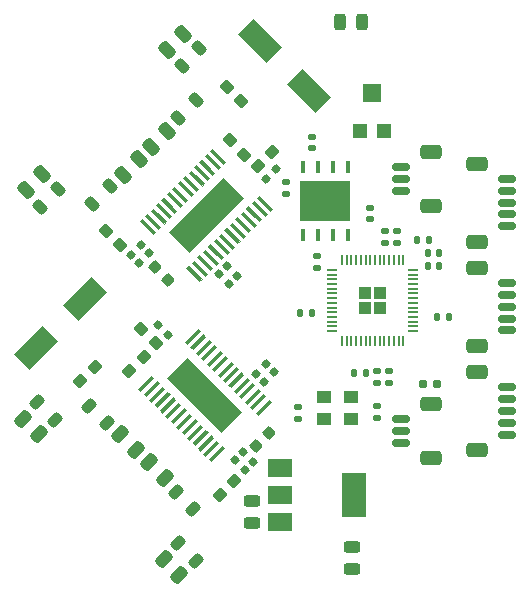
<source format=gtp>
G04 #@! TF.GenerationSoftware,KiCad,Pcbnew,7.0.8-7.0.8~ubuntu22.04.1*
G04 #@! TF.CreationDate,2023-10-24T23:53:50-07:00*
G04 #@! TF.ProjectId,tentacle-board,74656e74-6163-46c6-952d-626f6172642e,REV1*
G04 #@! TF.SameCoordinates,Original*
G04 #@! TF.FileFunction,Paste,Top*
G04 #@! TF.FilePolarity,Positive*
%FSLAX46Y46*%
G04 Gerber Fmt 4.6, Leading zero omitted, Abs format (unit mm)*
G04 Created by KiCad (PCBNEW 7.0.8-7.0.8~ubuntu22.04.1) date 2023-10-24 23:53:50*
%MOMM*%
%LPD*%
G01*
G04 APERTURE LIST*
G04 Aperture macros list*
%AMRoundRect*
0 Rectangle with rounded corners*
0 $1 Rounding radius*
0 $2 $3 $4 $5 $6 $7 $8 $9 X,Y pos of 4 corners*
0 Add a 4 corners polygon primitive as box body*
4,1,4,$2,$3,$4,$5,$6,$7,$8,$9,$2,$3,0*
0 Add four circle primitives for the rounded corners*
1,1,$1+$1,$2,$3*
1,1,$1+$1,$4,$5*
1,1,$1+$1,$6,$7*
1,1,$1+$1,$8,$9*
0 Add four rect primitives between the rounded corners*
20,1,$1+$1,$2,$3,$4,$5,0*
20,1,$1+$1,$4,$5,$6,$7,0*
20,1,$1+$1,$6,$7,$8,$9,0*
20,1,$1+$1,$8,$9,$2,$3,0*%
%AMRotRect*
0 Rectangle, with rotation*
0 The origin of the aperture is its center*
0 $1 length*
0 $2 width*
0 $3 Rotation angle, in degrees counterclockwise*
0 Add horizontal line*
21,1,$1,$2,0,0,$3*%
G04 Aperture macros list end*
%ADD10C,0.010000*%
%ADD11RoundRect,0.243750X-0.456250X0.243750X-0.456250X-0.243750X0.456250X-0.243750X0.456250X0.243750X0*%
%ADD12RoundRect,0.147500X-0.147500X-0.172500X0.147500X-0.172500X0.147500X0.172500X-0.147500X0.172500X0*%
%ADD13RoundRect,0.147500X0.172500X-0.147500X0.172500X0.147500X-0.172500X0.147500X-0.172500X-0.147500X0*%
%ADD14RoundRect,0.147500X0.147500X0.172500X-0.147500X0.172500X-0.147500X-0.172500X0.147500X-0.172500X0*%
%ADD15R,2.000000X1.500000*%
%ADD16R,2.000000X3.800000*%
%ADD17RoundRect,0.147500X-0.172500X0.147500X-0.172500X-0.147500X0.172500X-0.147500X0.172500X0.147500X0*%
%ADD18RoundRect,0.243750X0.456250X-0.243750X0.456250X0.243750X-0.456250X0.243750X-0.456250X-0.243750X0*%
%ADD19RoundRect,0.250000X-0.292217X-0.292217X0.292217X-0.292217X0.292217X0.292217X-0.292217X0.292217X0*%
%ADD20RoundRect,0.050000X-0.387500X-0.050000X0.387500X-0.050000X0.387500X0.050000X-0.387500X0.050000X0*%
%ADD21RoundRect,0.050000X-0.050000X-0.387500X0.050000X-0.387500X0.050000X0.387500X-0.050000X0.387500X0*%
%ADD22R,1.300000X1.050000*%
%ADD23R,1.200000X1.200000*%
%ADD24R,1.600000X1.500000*%
%ADD25RoundRect,0.150000X0.625000X-0.150000X0.625000X0.150000X-0.625000X0.150000X-0.625000X-0.150000X0*%
%ADD26RoundRect,0.250000X0.650000X-0.350000X0.650000X0.350000X-0.650000X0.350000X-0.650000X-0.350000X0*%
%ADD27RoundRect,0.218750X0.424264X0.114905X0.114905X0.424264X-0.424264X-0.114905X-0.114905X-0.424264X0*%
%ADD28RoundRect,0.160000X-0.026517X-0.252791X0.252791X0.026517X0.026517X0.252791X-0.252791X-0.026517X0*%
%ADD29RoundRect,0.243750X0.243750X0.456250X-0.243750X0.456250X-0.243750X-0.456250X0.243750X-0.456250X0*%
%ADD30RoundRect,0.160000X-0.252791X0.026517X0.026517X-0.252791X0.252791X-0.026517X-0.026517X0.252791X0*%
%ADD31RoundRect,0.218750X-0.424264X-0.114905X-0.114905X-0.424264X0.424264X0.114905X0.114905X0.424264X0*%
%ADD32RoundRect,0.218750X-0.114905X0.424264X-0.424264X0.114905X0.114905X-0.424264X0.424264X-0.114905X0*%
%ADD33RoundRect,0.250000X0.512652X0.159099X0.159099X0.512652X-0.512652X-0.159099X-0.159099X-0.512652X0*%
%ADD34RoundRect,0.225000X-0.017678X0.335876X-0.335876X0.017678X0.017678X-0.335876X0.335876X-0.017678X0*%
%ADD35RoundRect,0.150000X-0.625000X0.150000X-0.625000X-0.150000X0.625000X-0.150000X0.625000X0.150000X0*%
%ADD36RoundRect,0.250000X-0.650000X0.350000X-0.650000X-0.350000X0.650000X-0.350000X0.650000X0.350000X0*%
%ADD37RoundRect,0.237500X-0.380070X0.044194X0.044194X-0.380070X0.380070X-0.044194X-0.044194X0.380070X0*%
%ADD38RoundRect,0.237500X0.380070X-0.044194X-0.044194X0.380070X-0.380070X0.044194X0.044194X-0.380070X0*%
%ADD39RoundRect,0.250000X0.159099X-0.512652X0.512652X-0.159099X-0.159099X0.512652X-0.512652X0.159099X0*%
%ADD40RoundRect,0.225000X0.335876X0.017678X0.017678X0.335876X-0.335876X-0.017678X-0.017678X-0.335876X0*%
%ADD41RoundRect,0.160000X0.026517X0.252791X-0.252791X-0.026517X-0.026517X-0.252791X0.252791X0.026517X0*%
%ADD42RoundRect,0.160000X0.252791X-0.026517X-0.026517X0.252791X-0.252791X0.026517X0.026517X-0.252791X0*%
%ADD43RoundRect,0.135000X-0.185000X0.135000X-0.185000X-0.135000X0.185000X-0.135000X0.185000X0.135000X0*%
%ADD44RoundRect,0.218750X0.114905X-0.424264X0.424264X-0.114905X-0.114905X0.424264X-0.424264X0.114905X0*%
%ADD45RoundRect,0.237500X0.044194X0.380070X-0.380070X-0.044194X-0.044194X-0.380070X0.380070X0.044194X0*%
%ADD46RotRect,1.800000X3.450000X45.000000*%
%ADD47RoundRect,0.237500X-0.044194X-0.380070X0.380070X0.044194X0.044194X0.380070X-0.380070X-0.044194X0*%
%ADD48R,0.450000X1.050000*%
%ADD49R,4.350000X3.450000*%
%ADD50RoundRect,0.250000X-0.512652X-0.159099X-0.159099X-0.512652X0.512652X0.159099X0.159099X0.512652X0*%
%ADD51RotRect,1.800000X3.450000X135.000000*%
%ADD52RoundRect,0.160000X0.197500X0.160000X-0.197500X0.160000X-0.197500X-0.160000X0.197500X-0.160000X0*%
%ADD53RoundRect,0.250000X-0.159099X0.512652X-0.512652X0.159099X0.159099X-0.512652X0.512652X-0.159099X0*%
G04 APERTURE END LIST*
D10*
X112968887Y-81415167D02*
X112792111Y-81591944D01*
X111696095Y-80495928D01*
X111872872Y-80319152D01*
X112968887Y-81415167D01*
G36*
X112968887Y-81415167D02*
G01*
X112792111Y-81591944D01*
X111696095Y-80495928D01*
X111872872Y-80319152D01*
X112968887Y-81415167D01*
G37*
X112509268Y-81874787D02*
X112332491Y-82051563D01*
X111236476Y-80955548D01*
X111413252Y-80778771D01*
X112509268Y-81874787D01*
G36*
X112509268Y-81874787D02*
G01*
X112332491Y-82051563D01*
X111236476Y-80955548D01*
X111413252Y-80778771D01*
X112509268Y-81874787D01*
G37*
X112049648Y-82334406D02*
X111872872Y-82511183D01*
X110776856Y-81415167D01*
X110953633Y-81238391D01*
X112049648Y-82334406D01*
G36*
X112049648Y-82334406D02*
G01*
X111872872Y-82511183D01*
X110776856Y-81415167D01*
X110953633Y-81238391D01*
X112049648Y-82334406D01*
G37*
X111590029Y-82794025D02*
X111413252Y-82970802D01*
X110317237Y-81874787D01*
X110494014Y-81698010D01*
X111590029Y-82794025D01*
G36*
X111590029Y-82794025D02*
G01*
X111413252Y-82970802D01*
X110317237Y-81874787D01*
X110494014Y-81698010D01*
X111590029Y-82794025D01*
G37*
X111130410Y-83253645D02*
X110953633Y-83430422D01*
X109857617Y-82334406D01*
X110034394Y-82157629D01*
X111130410Y-83253645D01*
G36*
X111130410Y-83253645D02*
G01*
X110953633Y-83430422D01*
X109857617Y-82334406D01*
X110034394Y-82157629D01*
X111130410Y-83253645D01*
G37*
X110670790Y-83713264D02*
X110494014Y-83890041D01*
X109397998Y-82794025D01*
X109574775Y-82617249D01*
X110670790Y-83713264D01*
G36*
X110670790Y-83713264D02*
G01*
X110494014Y-83890041D01*
X109397998Y-82794025D01*
X109574775Y-82617249D01*
X110670790Y-83713264D01*
G37*
X110211171Y-84172884D02*
X110034394Y-84349660D01*
X108938379Y-83253645D01*
X109115155Y-83076868D01*
X110211171Y-84172884D01*
G36*
X110211171Y-84172884D02*
G01*
X110034394Y-84349660D01*
X108938379Y-83253645D01*
X109115155Y-83076868D01*
X110211171Y-84172884D01*
G37*
X109751551Y-84632503D02*
X109574775Y-84809280D01*
X108478759Y-83713264D01*
X108655536Y-83536488D01*
X109751551Y-84632503D01*
G36*
X109751551Y-84632503D02*
G01*
X109574775Y-84809280D01*
X108478759Y-83713264D01*
X108655536Y-83536488D01*
X109751551Y-84632503D01*
G37*
X109291932Y-85092123D02*
X109115155Y-85268899D01*
X108019140Y-84172884D01*
X108195916Y-83996107D01*
X109291932Y-85092123D01*
G36*
X109291932Y-85092123D02*
G01*
X109115155Y-85268899D01*
X108019140Y-84172884D01*
X108195916Y-83996107D01*
X109291932Y-85092123D01*
G37*
X108832313Y-85551742D02*
X108655536Y-85728519D01*
X107559520Y-84632503D01*
X107736297Y-84455726D01*
X108832313Y-85551742D01*
G36*
X108832313Y-85551742D02*
G01*
X108655536Y-85728519D01*
X107559520Y-84632503D01*
X107736297Y-84455726D01*
X108832313Y-85551742D01*
G37*
X108372693Y-86011361D02*
X108195916Y-86188138D01*
X107099901Y-85092123D01*
X107276678Y-84915346D01*
X108372693Y-86011361D01*
G36*
X108372693Y-86011361D02*
G01*
X108195916Y-86188138D01*
X107099901Y-85092123D01*
X107276678Y-84915346D01*
X108372693Y-86011361D01*
G37*
X107913074Y-86470981D02*
X107736297Y-86647757D01*
X106640282Y-85551742D01*
X106817058Y-85374965D01*
X107913074Y-86470981D01*
G36*
X107913074Y-86470981D02*
G01*
X107736297Y-86647757D01*
X106640282Y-85551742D01*
X106817058Y-85374965D01*
X107913074Y-86470981D01*
G37*
X107453454Y-86930600D02*
X107276678Y-87107377D01*
X106180662Y-86011361D01*
X106357439Y-85834585D01*
X107453454Y-86930600D01*
G36*
X107453454Y-86930600D02*
G01*
X107276678Y-87107377D01*
X106180662Y-86011361D01*
X106357439Y-85834585D01*
X107453454Y-86930600D01*
G37*
X106993835Y-87390220D02*
X106817058Y-87566996D01*
X105721043Y-86470981D01*
X105897819Y-86294204D01*
X106993835Y-87390220D01*
G36*
X106993835Y-87390220D02*
G01*
X106817058Y-87566996D01*
X105721043Y-86470981D01*
X105897819Y-86294204D01*
X106993835Y-87390220D01*
G37*
X114457347Y-84487546D02*
X109889437Y-89055456D01*
X108192381Y-87358400D01*
X112760291Y-82790490D01*
X114457347Y-84487546D01*
G36*
X114457347Y-84487546D02*
G01*
X109889437Y-89055456D01*
X108192381Y-87358400D01*
X112760291Y-82790490D01*
X114457347Y-84487546D01*
G37*
X116928685Y-85374965D02*
X116751909Y-85551742D01*
X115655893Y-84455726D01*
X115832670Y-84278950D01*
X116928685Y-85374965D01*
G36*
X116928685Y-85374965D02*
G01*
X116751909Y-85551742D01*
X115655893Y-84455726D01*
X115832670Y-84278950D01*
X116928685Y-85374965D01*
G37*
X116469066Y-85834585D02*
X116292289Y-86011361D01*
X115196274Y-84915346D01*
X115373050Y-84738569D01*
X116469066Y-85834585D01*
G36*
X116469066Y-85834585D02*
G01*
X116292289Y-86011361D01*
X115196274Y-84915346D01*
X115373050Y-84738569D01*
X116469066Y-85834585D01*
G37*
X116009446Y-86294204D02*
X115832670Y-86470981D01*
X114736654Y-85374965D01*
X114913431Y-85198189D01*
X116009446Y-86294204D01*
G36*
X116009446Y-86294204D02*
G01*
X115832670Y-86470981D01*
X114736654Y-85374965D01*
X114913431Y-85198189D01*
X116009446Y-86294204D01*
G37*
X115549827Y-86753823D02*
X115373050Y-86930600D01*
X114277035Y-85834585D01*
X114453812Y-85657808D01*
X115549827Y-86753823D01*
G36*
X115549827Y-86753823D02*
G01*
X115373050Y-86930600D01*
X114277035Y-85834585D01*
X114453812Y-85657808D01*
X115549827Y-86753823D01*
G37*
X115090208Y-87213443D02*
X114913431Y-87390220D01*
X113817415Y-86294204D01*
X113994192Y-86117427D01*
X115090208Y-87213443D01*
G36*
X115090208Y-87213443D02*
G01*
X114913431Y-87390220D01*
X113817415Y-86294204D01*
X113994192Y-86117427D01*
X115090208Y-87213443D01*
G37*
X114630588Y-87673062D02*
X114453812Y-87849839D01*
X113357796Y-86753823D01*
X113534573Y-86577047D01*
X114630588Y-87673062D01*
G36*
X114630588Y-87673062D02*
G01*
X114453812Y-87849839D01*
X113357796Y-86753823D01*
X113534573Y-86577047D01*
X114630588Y-87673062D01*
G37*
X114170969Y-88132682D02*
X113994192Y-88309458D01*
X112898177Y-87213443D01*
X113074953Y-87036666D01*
X114170969Y-88132682D01*
G36*
X114170969Y-88132682D02*
G01*
X113994192Y-88309458D01*
X112898177Y-87213443D01*
X113074953Y-87036666D01*
X114170969Y-88132682D01*
G37*
X113711349Y-88592301D02*
X113534573Y-88769078D01*
X112438557Y-87673062D01*
X112615334Y-87496286D01*
X113711349Y-88592301D01*
G36*
X113711349Y-88592301D02*
G01*
X113534573Y-88769078D01*
X112438557Y-87673062D01*
X112615334Y-87496286D01*
X113711349Y-88592301D01*
G37*
X113251730Y-89051921D02*
X113074953Y-89228697D01*
X111978938Y-88132682D01*
X112155714Y-87955905D01*
X113251730Y-89051921D01*
G36*
X113251730Y-89051921D02*
G01*
X113074953Y-89228697D01*
X111978938Y-88132682D01*
X112155714Y-87955905D01*
X113251730Y-89051921D01*
G37*
X112792111Y-89511540D02*
X112615334Y-89688317D01*
X111519318Y-88592301D01*
X111696095Y-88415524D01*
X112792111Y-89511540D01*
G36*
X112792111Y-89511540D02*
G01*
X112615334Y-89688317D01*
X111519318Y-88592301D01*
X111696095Y-88415524D01*
X112792111Y-89511540D01*
G37*
X112332491Y-89971159D02*
X112155714Y-90147936D01*
X111059699Y-89051921D01*
X111236476Y-88875144D01*
X112332491Y-89971159D01*
G36*
X112332491Y-89971159D02*
G01*
X112155714Y-90147936D01*
X111059699Y-89051921D01*
X111236476Y-88875144D01*
X112332491Y-89971159D01*
G37*
X111872872Y-90430779D02*
X111696095Y-90607555D01*
X110600080Y-89511540D01*
X110776856Y-89334763D01*
X111872872Y-90430779D01*
G36*
X111872872Y-90430779D02*
G01*
X111696095Y-90607555D01*
X110600080Y-89511540D01*
X110776856Y-89334763D01*
X111872872Y-90430779D01*
G37*
X111413252Y-90890398D02*
X111236476Y-91067175D01*
X110140460Y-89971159D01*
X110317237Y-89794383D01*
X111413252Y-90890398D01*
G36*
X111413252Y-90890398D02*
G01*
X111236476Y-91067175D01*
X110140460Y-89971159D01*
X110317237Y-89794383D01*
X111413252Y-90890398D01*
G37*
X110953633Y-91350018D02*
X110776856Y-91526794D01*
X109680841Y-90430779D01*
X109857617Y-90254002D01*
X110953633Y-91350018D01*
G36*
X110953633Y-91350018D02*
G01*
X110776856Y-91526794D01*
X109680841Y-90430779D01*
X109857617Y-90254002D01*
X110953633Y-91350018D01*
G37*
X106870088Y-99711548D02*
X105774072Y-100807564D01*
X105597296Y-100630787D01*
X106693311Y-99534772D01*
X106870088Y-99711548D01*
G36*
X106870088Y-99711548D02*
G01*
X105774072Y-100807564D01*
X105597296Y-100630787D01*
X106693311Y-99534772D01*
X106870088Y-99711548D01*
G37*
X107329707Y-100171168D02*
X106233692Y-101267183D01*
X106056915Y-101090407D01*
X107152931Y-99994391D01*
X107329707Y-100171168D01*
G36*
X107329707Y-100171168D02*
G01*
X106233692Y-101267183D01*
X106056915Y-101090407D01*
X107152931Y-99994391D01*
X107329707Y-100171168D01*
G37*
X107789327Y-100630787D02*
X106693311Y-101726803D01*
X106516535Y-101550026D01*
X107612550Y-100454011D01*
X107789327Y-100630787D01*
G36*
X107789327Y-100630787D02*
G01*
X106693311Y-101726803D01*
X106516535Y-101550026D01*
X107612550Y-100454011D01*
X107789327Y-100630787D01*
G37*
X108248946Y-101090407D02*
X107152931Y-102186422D01*
X106976154Y-102009645D01*
X108072169Y-100913630D01*
X108248946Y-101090407D01*
G36*
X108248946Y-101090407D02*
G01*
X107152931Y-102186422D01*
X106976154Y-102009645D01*
X108072169Y-100913630D01*
X108248946Y-101090407D01*
G37*
X108708566Y-101550026D02*
X107612550Y-102646042D01*
X107435773Y-102469265D01*
X108531789Y-101373249D01*
X108708566Y-101550026D01*
G36*
X108708566Y-101550026D02*
G01*
X107612550Y-102646042D01*
X107435773Y-102469265D01*
X108531789Y-101373249D01*
X108708566Y-101550026D01*
G37*
X109168185Y-102009645D02*
X108072169Y-103105661D01*
X107895393Y-102928884D01*
X108991408Y-101832869D01*
X109168185Y-102009645D01*
G36*
X109168185Y-102009645D02*
G01*
X108072169Y-103105661D01*
X107895393Y-102928884D01*
X108991408Y-101832869D01*
X109168185Y-102009645D01*
G37*
X109627804Y-102469265D02*
X108531789Y-103565280D01*
X108355012Y-103388504D01*
X109451028Y-102292488D01*
X109627804Y-102469265D01*
G36*
X109627804Y-102469265D02*
G01*
X108531789Y-103565280D01*
X108355012Y-103388504D01*
X109451028Y-102292488D01*
X109627804Y-102469265D01*
G37*
X110087424Y-102928884D02*
X108991408Y-104024900D01*
X108814632Y-103848123D01*
X109910647Y-102752108D01*
X110087424Y-102928884D01*
G36*
X110087424Y-102928884D02*
G01*
X108991408Y-104024900D01*
X108814632Y-103848123D01*
X109910647Y-102752108D01*
X110087424Y-102928884D01*
G37*
X110547043Y-103388504D02*
X109451028Y-104484519D01*
X109274251Y-104307743D01*
X110370267Y-103211727D01*
X110547043Y-103388504D01*
G36*
X110547043Y-103388504D02*
G01*
X109451028Y-104484519D01*
X109274251Y-104307743D01*
X110370267Y-103211727D01*
X110547043Y-103388504D01*
G37*
X111006663Y-103848123D02*
X109910647Y-104944139D01*
X109733870Y-104767362D01*
X110829886Y-103671346D01*
X111006663Y-103848123D01*
G36*
X111006663Y-103848123D02*
G01*
X109910647Y-104944139D01*
X109733870Y-104767362D01*
X110829886Y-103671346D01*
X111006663Y-103848123D01*
G37*
X111466282Y-104307743D02*
X110370267Y-105403758D01*
X110193490Y-105226981D01*
X111289505Y-104130966D01*
X111466282Y-104307743D01*
G36*
X111466282Y-104307743D02*
G01*
X110370267Y-105403758D01*
X110193490Y-105226981D01*
X111289505Y-104130966D01*
X111466282Y-104307743D01*
G37*
X111925901Y-104767362D02*
X110829886Y-105863377D01*
X110653109Y-105686601D01*
X111749125Y-104590585D01*
X111925901Y-104767362D01*
G36*
X111925901Y-104767362D02*
G01*
X110829886Y-105863377D01*
X110653109Y-105686601D01*
X111749125Y-104590585D01*
X111925901Y-104767362D01*
G37*
X112385521Y-105226981D02*
X111289505Y-106322997D01*
X111112729Y-106146220D01*
X112208744Y-105050205D01*
X112385521Y-105226981D01*
G36*
X112385521Y-105226981D02*
G01*
X111289505Y-106322997D01*
X111112729Y-106146220D01*
X112208744Y-105050205D01*
X112385521Y-105226981D01*
G37*
X112845140Y-105686601D02*
X111749125Y-106782616D01*
X111572348Y-106605840D01*
X112668364Y-105509824D01*
X112845140Y-105686601D01*
G36*
X112845140Y-105686601D02*
G01*
X111749125Y-106782616D01*
X111572348Y-106605840D01*
X112668364Y-105509824D01*
X112845140Y-105686601D01*
G37*
X114333600Y-102614222D02*
X112636544Y-104311278D01*
X108068634Y-99743368D01*
X109765690Y-98046312D01*
X114333600Y-102614222D01*
G36*
X114333600Y-102614222D02*
G01*
X112636544Y-104311278D01*
X108068634Y-99743368D01*
X109765690Y-98046312D01*
X114333600Y-102614222D01*
G37*
X110829886Y-95751750D02*
X109733870Y-96847766D01*
X109557094Y-96670989D01*
X110653109Y-95574974D01*
X110829886Y-95751750D01*
G36*
X110829886Y-95751750D02*
G01*
X109733870Y-96847766D01*
X109557094Y-96670989D01*
X110653109Y-95574974D01*
X110829886Y-95751750D01*
G37*
X111289505Y-96211370D02*
X110193490Y-97307385D01*
X110016713Y-97130609D01*
X111112729Y-96034593D01*
X111289505Y-96211370D01*
G36*
X111289505Y-96211370D02*
G01*
X110193490Y-97307385D01*
X110016713Y-97130609D01*
X111112729Y-96034593D01*
X111289505Y-96211370D01*
G37*
X111749125Y-96670989D02*
X110653109Y-97767005D01*
X110476333Y-97590228D01*
X111572348Y-96494213D01*
X111749125Y-96670989D01*
G36*
X111749125Y-96670989D02*
G01*
X110653109Y-97767005D01*
X110476333Y-97590228D01*
X111572348Y-96494213D01*
X111749125Y-96670989D01*
G37*
X112208744Y-97130609D02*
X111112729Y-98226624D01*
X110935952Y-98049847D01*
X112031967Y-96953832D01*
X112208744Y-97130609D01*
G36*
X112208744Y-97130609D02*
G01*
X111112729Y-98226624D01*
X110935952Y-98049847D01*
X112031967Y-96953832D01*
X112208744Y-97130609D01*
G37*
X112668364Y-97590228D02*
X111572348Y-98686244D01*
X111395571Y-98509467D01*
X112491587Y-97413451D01*
X112668364Y-97590228D01*
G36*
X112668364Y-97590228D02*
G01*
X111572348Y-98686244D01*
X111395571Y-98509467D01*
X112491587Y-97413451D01*
X112668364Y-97590228D01*
G37*
X113127983Y-98049847D02*
X112031967Y-99145863D01*
X111855191Y-98969086D01*
X112951206Y-97873071D01*
X113127983Y-98049847D01*
G36*
X113127983Y-98049847D02*
G01*
X112031967Y-99145863D01*
X111855191Y-98969086D01*
X112951206Y-97873071D01*
X113127983Y-98049847D01*
G37*
X113587602Y-98509467D02*
X112491587Y-99605482D01*
X112314810Y-99428706D01*
X113410826Y-98332690D01*
X113587602Y-98509467D01*
G36*
X113587602Y-98509467D02*
G01*
X112491587Y-99605482D01*
X112314810Y-99428706D01*
X113410826Y-98332690D01*
X113587602Y-98509467D01*
G37*
X114047222Y-98969086D02*
X112951206Y-100065102D01*
X112774430Y-99888325D01*
X113870445Y-98792310D01*
X114047222Y-98969086D01*
G36*
X114047222Y-98969086D02*
G01*
X112951206Y-100065102D01*
X112774430Y-99888325D01*
X113870445Y-98792310D01*
X114047222Y-98969086D01*
G37*
X114506841Y-99428706D02*
X113410826Y-100524721D01*
X113234049Y-100347945D01*
X114330065Y-99251929D01*
X114506841Y-99428706D01*
G36*
X114506841Y-99428706D02*
G01*
X113410826Y-100524721D01*
X113234049Y-100347945D01*
X114330065Y-99251929D01*
X114506841Y-99428706D01*
G37*
X114966461Y-99888325D02*
X113870445Y-100984341D01*
X113693668Y-100807564D01*
X114789684Y-99711548D01*
X114966461Y-99888325D01*
G36*
X114966461Y-99888325D02*
G01*
X113870445Y-100984341D01*
X113693668Y-100807564D01*
X114789684Y-99711548D01*
X114966461Y-99888325D01*
G37*
X115426080Y-100347945D02*
X114330065Y-101443960D01*
X114153288Y-101267183D01*
X115249303Y-100171168D01*
X115426080Y-100347945D01*
G36*
X115426080Y-100347945D02*
G01*
X114330065Y-101443960D01*
X114153288Y-101267183D01*
X115249303Y-100171168D01*
X115426080Y-100347945D01*
G37*
X115885699Y-100807564D02*
X114789684Y-101903579D01*
X114612907Y-101726803D01*
X115708923Y-100630787D01*
X115885699Y-100807564D01*
G36*
X115885699Y-100807564D02*
G01*
X114789684Y-101903579D01*
X114612907Y-101726803D01*
X115708923Y-100630787D01*
X115885699Y-100807564D01*
G37*
X116345319Y-101267183D02*
X115249303Y-102363199D01*
X115072527Y-102186422D01*
X116168542Y-101090407D01*
X116345319Y-101267183D01*
G36*
X116345319Y-101267183D02*
G01*
X115249303Y-102363199D01*
X115072527Y-102186422D01*
X116168542Y-101090407D01*
X116345319Y-101267183D01*
G37*
X116804938Y-101726803D02*
X115708923Y-102822818D01*
X115532146Y-102646042D01*
X116628162Y-101550026D01*
X116804938Y-101726803D01*
G36*
X116804938Y-101726803D02*
G01*
X115708923Y-102822818D01*
X115532146Y-102646042D01*
X116628162Y-101550026D01*
X116804938Y-101726803D01*
G37*
D11*
X123690000Y-114012500D03*
X123690000Y-115887500D03*
D12*
X129205000Y-88050000D03*
X130175000Y-88050000D03*
D13*
X127490000Y-88285000D03*
X127490000Y-87315000D03*
D14*
X120275000Y-94200000D03*
X119305000Y-94200000D03*
D13*
X120290000Y-80285000D03*
X120290000Y-79315000D03*
D15*
X117590000Y-107350000D03*
X117590000Y-109650000D03*
D16*
X123890000Y-109650000D03*
D15*
X117590000Y-111950000D03*
D17*
X125840000Y-102115000D03*
X125840000Y-103085000D03*
D13*
X126490000Y-88285000D03*
X126490000Y-87315000D03*
D12*
X130905000Y-94600000D03*
X131875000Y-94600000D03*
D17*
X125821000Y-99162500D03*
X125821000Y-100132500D03*
X126790000Y-99165000D03*
X126790000Y-100135000D03*
D18*
X115240000Y-112037500D03*
X115240000Y-110162500D03*
D13*
X120690000Y-90385000D03*
X120690000Y-89415000D03*
D12*
X130092500Y-89100000D03*
X131062500Y-89100000D03*
D19*
X124802500Y-92525000D03*
X124802500Y-93800000D03*
X126077500Y-92525000D03*
X126077500Y-93800000D03*
D20*
X122002500Y-90562500D03*
X122002500Y-90962500D03*
X122002500Y-91362500D03*
X122002500Y-91762500D03*
X122002500Y-92162500D03*
X122002500Y-92562500D03*
X122002500Y-92962500D03*
X122002500Y-93362500D03*
X122002500Y-93762500D03*
X122002500Y-94162500D03*
X122002500Y-94562500D03*
X122002500Y-94962500D03*
X122002500Y-95362500D03*
X122002500Y-95762500D03*
D21*
X122840000Y-96600000D03*
X123240000Y-96600000D03*
X123640000Y-96600000D03*
X124040000Y-96600000D03*
X124440000Y-96600000D03*
X124840000Y-96600000D03*
X125240000Y-96600000D03*
X125640000Y-96600000D03*
X126040000Y-96600000D03*
X126440000Y-96600000D03*
X126840000Y-96600000D03*
X127240000Y-96600000D03*
X127640000Y-96600000D03*
X128040000Y-96600000D03*
D20*
X128877500Y-95762500D03*
X128877500Y-95362500D03*
X128877500Y-94962500D03*
X128877500Y-94562500D03*
X128877500Y-94162500D03*
X128877500Y-93762500D03*
X128877500Y-93362500D03*
X128877500Y-92962500D03*
X128877500Y-92562500D03*
X128877500Y-92162500D03*
X128877500Y-91762500D03*
X128877500Y-91362500D03*
X128877500Y-90962500D03*
X128877500Y-90562500D03*
D21*
X128040000Y-89725000D03*
X127640000Y-89725000D03*
X127240000Y-89725000D03*
X126840000Y-89725000D03*
X126440000Y-89725000D03*
X126040000Y-89725000D03*
X125640000Y-89725000D03*
X125240000Y-89725000D03*
X124840000Y-89725000D03*
X124440000Y-89725000D03*
X124040000Y-89725000D03*
X123640000Y-89725000D03*
X123240000Y-89725000D03*
X122840000Y-89725000D03*
D13*
X119112500Y-103183250D03*
X119112500Y-102213250D03*
X125190000Y-86285000D03*
X125190000Y-85315000D03*
D12*
X130107500Y-90250000D03*
X131077500Y-90250000D03*
D14*
X124847500Y-99316750D03*
X123877500Y-99316750D03*
D22*
X121312500Y-103173250D03*
X123612500Y-103173250D03*
X123612500Y-101323250D03*
X121312500Y-101323250D03*
D23*
X124390000Y-78850000D03*
D24*
X125390000Y-75600000D03*
D23*
X126390000Y-78850000D03*
D25*
X136790000Y-104525000D03*
X136790000Y-103525000D03*
X136790000Y-102525000D03*
X136790000Y-101525000D03*
X136790000Y-100525000D03*
D26*
X134265000Y-105825000D03*
X134265000Y-99225000D03*
D27*
X110255362Y-110839641D03*
X108752760Y-109337039D03*
D28*
X105669765Y-90022427D03*
X106514757Y-89177435D03*
D29*
X124527500Y-69600000D03*
X122652500Y-69600000D03*
D30*
X107278443Y-95276221D03*
X108123435Y-96121213D03*
D31*
X101469560Y-102053839D03*
X102972162Y-103556441D03*
D32*
X110768003Y-71772006D03*
X109265401Y-73274608D03*
D27*
X110502849Y-115188348D03*
X109000247Y-113685746D03*
D33*
X107842360Y-108214507D03*
X106498858Y-106871005D03*
D34*
X116698873Y-104378453D03*
X115602857Y-105474469D03*
D25*
X136790000Y-95700000D03*
X136790000Y-94700000D03*
X136790000Y-93700000D03*
X136790000Y-92700000D03*
X136790000Y-91700000D03*
D26*
X134265000Y-97000000D03*
X134265000Y-90400000D03*
D31*
X97050143Y-101735641D03*
X98552745Y-103238243D03*
D35*
X127865000Y-103200000D03*
X127865000Y-104200000D03*
X127865000Y-105200000D03*
D36*
X130390000Y-101900000D03*
X130390000Y-106500000D03*
D37*
X113331272Y-79585530D03*
X114551032Y-80805290D03*
D38*
X114299880Y-76309880D03*
X113080120Y-75090120D03*
D39*
X108001456Y-71922263D03*
X109344958Y-70578761D03*
D38*
X107073382Y-96768217D03*
X105853622Y-95548457D03*
D40*
X108125182Y-91420727D03*
X107029166Y-90324711D03*
D41*
X117068335Y-99200664D03*
X116223343Y-100045656D03*
D42*
X114611139Y-107523310D03*
X113766147Y-106678318D03*
D43*
X118090000Y-83090000D03*
X118090000Y-84110000D03*
D37*
X102830723Y-87257635D03*
X104050483Y-88477395D03*
D28*
X104998027Y-89350664D03*
X105843019Y-88505672D03*
D44*
X97315306Y-85224707D03*
X98817908Y-83722105D03*
D45*
X101899880Y-98790120D03*
X100680120Y-100009880D03*
D46*
X115904035Y-71214035D03*
X120075965Y-75385965D03*
D47*
X104828317Y-99137024D03*
X106048077Y-97917264D03*
X112482748Y-109655238D03*
X113702508Y-108435478D03*
X115735440Y-81795235D03*
X116955200Y-80575475D03*
D33*
X97200402Y-104502196D03*
X95856900Y-103158694D03*
D48*
X119530000Y-87600000D03*
X120800000Y-87600000D03*
X122070000Y-87600000D03*
X123340000Y-87600000D03*
X123340000Y-81900000D03*
X122070000Y-81900000D03*
X120800000Y-81900000D03*
X119530000Y-81900000D03*
D49*
X121435000Y-84750000D03*
D28*
X115551592Y-99373904D03*
X116396584Y-98528912D03*
D44*
X101663997Y-84977210D03*
X103166599Y-83474608D03*
D42*
X113303011Y-91790184D03*
X112458019Y-90945192D03*
D50*
X104094694Y-104466842D03*
X105438196Y-105810344D03*
D51*
X96904035Y-97185965D03*
X101075965Y-93014035D03*
D30*
X113129761Y-90273444D03*
X113974753Y-91118436D03*
D42*
X115282891Y-106851559D03*
X114437899Y-106006567D03*
D32*
X110449826Y-76191413D03*
X108947224Y-77694015D03*
D25*
X136790000Y-86875000D03*
X136790000Y-85875000D03*
X136790000Y-84875000D03*
X136790000Y-83875000D03*
X136790000Y-82875000D03*
D26*
X134265000Y-88175000D03*
X134265000Y-81575000D03*
D39*
X104289142Y-82564209D03*
X105632644Y-81220707D03*
D52*
X130887500Y-100200000D03*
X129692500Y-100200000D03*
D53*
X97465564Y-82458155D03*
X96122062Y-83801657D03*
D35*
X127865000Y-81900000D03*
X127865000Y-82900000D03*
X127865000Y-83900000D03*
D36*
X130390000Y-80600000D03*
X130390000Y-85200000D03*
D41*
X117262786Y-82035657D03*
X116417794Y-82880649D03*
D50*
X107736294Y-115038088D03*
X109079796Y-116381590D03*
D53*
X108036800Y-78816547D03*
X106693298Y-80160049D03*
M02*

</source>
